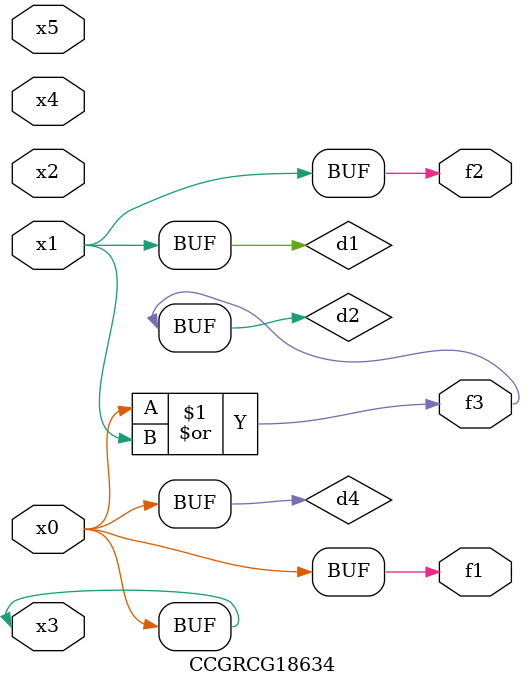
<source format=v>
module CCGRCG18634(
	input x0, x1, x2, x3, x4, x5,
	output f1, f2, f3
);

	wire d1, d2, d3, d4;

	and (d1, x1);
	or (d2, x0, x1);
	nand (d3, x0, x5);
	buf (d4, x0, x3);
	assign f1 = d4;
	assign f2 = d1;
	assign f3 = d2;
endmodule

</source>
